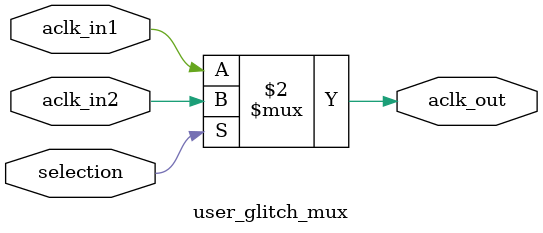
<source format=v>
`timescale 1ps / 1ps


module user_glitch_mux(
        input   aclk_in1,
        input   aclk_in2,
        output  aclk_out,
        input   selection
    );

    assign  aclk_out    =   !selection  ?   aclk_in1    :   aclk_in2;

endmodule

</source>
